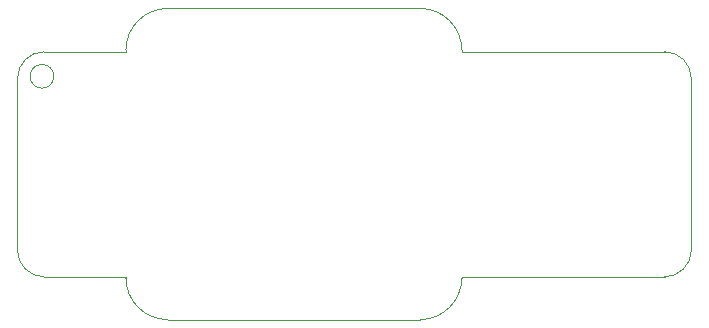
<source format=gm1>
G04 #@! TF.GenerationSoftware,KiCad,Pcbnew,(6.0.4)*
G04 #@! TF.CreationDate,2022-05-25T10:20:10+08:00*
G04 #@! TF.ProjectId,3key-v2,336b6579-2d76-4322-9e6b-696361645f70,rev?*
G04 #@! TF.SameCoordinates,Original*
G04 #@! TF.FileFunction,Profile,NP*
%FSLAX46Y46*%
G04 Gerber Fmt 4.6, Leading zero omitted, Abs format (unit mm)*
G04 Created by KiCad (PCBNEW (6.0.4)) date 2022-05-25 10:20:10*
%MOMM*%
%LPD*%
G01*
G04 APERTURE LIST*
G04 #@! TA.AperFunction,Profile*
%ADD10C,0.100000*%
G04 #@! TD*
G04 APERTURE END LIST*
D10*
X124550000Y-84200000D02*
X103200000Y-84200000D01*
X90475000Y-104675000D02*
G75*
G03*
X92725000Y-106925000I2250000J0D01*
G01*
X99650000Y-107000000D02*
X99650000Y-106925000D01*
X128100000Y-87750000D02*
X128100000Y-87875000D01*
X103200000Y-84200000D02*
G75*
G03*
X99650000Y-87750000I0J-3550000D01*
G01*
X128100000Y-87750000D02*
G75*
G03*
X124550000Y-84200000I-3550000J0D01*
G01*
X90475000Y-90125000D02*
X90475000Y-104675000D01*
X103200000Y-110550000D02*
X124550000Y-110550000D01*
X147525000Y-90125000D02*
G75*
G03*
X145275000Y-87875000I-2250000J0D01*
G01*
X92725000Y-87875000D02*
G75*
G03*
X90475000Y-90125000I0J-2250000D01*
G01*
X99650000Y-107000000D02*
G75*
G03*
X103200000Y-110550000I3550000J0D01*
G01*
X99650000Y-87875000D02*
X92725000Y-87875000D01*
X145275000Y-87875000D02*
X128100000Y-87875000D01*
X92725000Y-106925000D02*
X99650000Y-106925000D01*
X93550000Y-89950000D02*
G75*
G03*
X93550000Y-89950000I-1000000J0D01*
G01*
X124550000Y-110550000D02*
G75*
G03*
X128100000Y-107000000I0J3550000D01*
G01*
X128100000Y-106925000D02*
X128100000Y-107000000D01*
X99650000Y-87750000D02*
X99650000Y-87875000D01*
X147524999Y-104700000D02*
X147525000Y-90125000D01*
X145275000Y-106925138D02*
G75*
G03*
X147524999Y-104700000I0J2250138D01*
G01*
X128100000Y-106925000D02*
X145275000Y-106925138D01*
M02*

</source>
